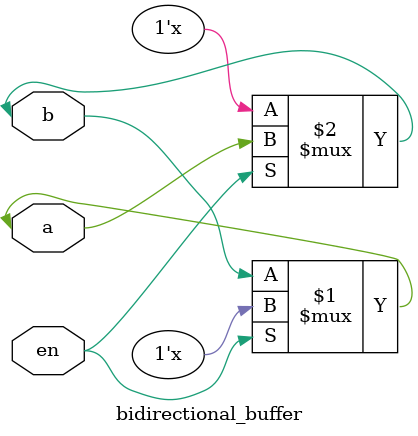
<source format=v>
module bidirectional_buffer (a,b,en);
	inout a,b;
	input en;
	
	bufif0 B1 (a,b,en);
	bufif1 B2 (b,a,en);
	
endmodule
</source>
